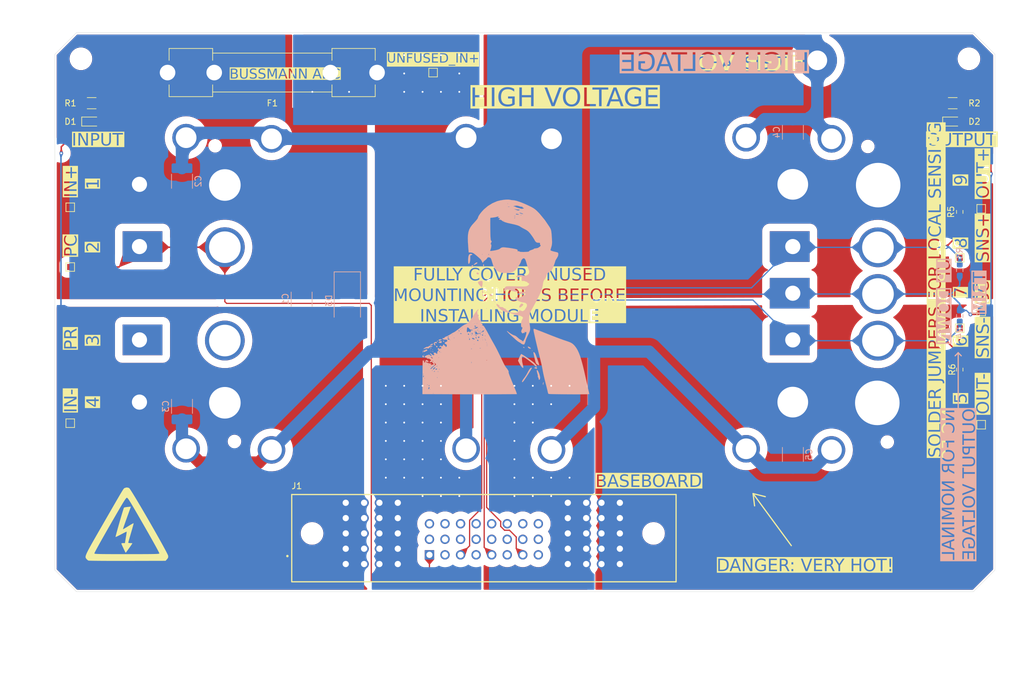
<source format=kicad_pcb>
(kicad_pcb (version 20241229) (generator "pcbnew") (generator_version "9.0")
  (layers (0 "F.Cu" signal) (2 "B.Cu" signal) (13 "F.Paste" user) (15 "B.Paste" user) (5 "F.SilkS" user "F.Silkscreen") (7 "B.SilkS" user "B.Silkscreen") (1 "F.Mask" user) (3 "B.Mask" user) (25 "Edge.Cuts" user))
  (net 0 "")
  (net 3 "OUT-")
  (net 5 "IN+")
  (net 6 "IN-")
  (net 7 "OUT+")
  (net 11 "Unfused_IN+")
  (net 15 "/SC")
  (net 16 "/PC")
  (net 19 "/SNS-")
  (net 29 "/SNS+")
  (net 30 "PLATE")
  (net 33 "Net-(D1-A)")
  (net 34 "Net-(D2-A)")
  (footprint "TestPoint:TestPoint_Pad_1.0x1.0mm" (layer "F.Cu") (at 29.5 90.5)
    (property "Reference" "TP7")
    (property "Value" "IN-")
    (pad "1" smd rect (at 0 0) (size 1 1) (layers "F.Cu" "F.Mask") (net 6 "IN-"))
  )
  (footprint "LOGO" (layer "F.Cu") (at 38.75 107)
    (property "Reference" "G***")
    (property "Value" "LOGO" (hide yes))
  )
  (footprint "TestPoint:TestPoint_Pad_1.0x1.0mm" (layer "F.Cu") (at 29.5 65 90)
    (property "Reference" "TP1")
    (property "Value" "PC")
    (pad "1" smd rect (at 0 0 90) (size 1 1) (layers "F.Cu" "F.Mask") (net 16 "/PC"))
  )
  (footprint "MountingHole:MountingHole_3.2mm_M3" (layer "F.Cu") (at 176.25 31)
    (property "Reference" "H3")
    (property "Value" "BaseSupport")
    (pad "" np_thru_hole circle (at 0 0) (size 3.2 3.2) (drill 3.2) (layers "*.Cu" "*.Mask"))
  )
  (footprint "TestPoint:TestPoint_Pad_1.0x1.0mm" (layer "F.Cu") (at 88.75 33.25)
    (property "Reference" "TP5")
    (property "Value" "UNFUSED_IN+" (at 0 -2.25 0) (layer "F.SilkS" knockout) (effects (font (size 1.5 1.5))))
    (pad "1" smd rect (at 0 0) (size 1 1) (layers "F.Cu" "F.Mask") (net 11 "Unfused_IN+"))
  )
  (footprint "TestPoint:TestPoint_Pad_1.0x1.0mm" (layer "F.Cu") (at 178.25 55.5)
    (property "Reference" "TP8")
    (property "Value" "OUT+")
    (pad "1" smd rect (at 0 0) (size 1 1) (layers "F.Cu" "F.Mask") (net 7 "OUT+"))
  )
  (footprint "LED_SMD:LED_0603_1608Metric_Pad1.05x0.95mm_HandSolder" (layer "F.Cu") (at 33.0375 41.25)
    (property "Reference" "D1" (at -3.5 0 0) (layer "F.SilkS"))
    (property "Value" "LED")
    (pad "1" smd roundrect (at -0.875 0) (size 1.05 0.95) (layers "F.Cu" "F.Mask" "F.Paste") (net 6 "IN-"))
    (pad "2" smd roundrect (at 0.875 0) (size 1.05 0.95) (layers "F.Cu" "F.Mask" "F.Paste") (net 33 "Net-(D1-A)"))
  )
  (footprint "Resistor_SMD:R_1206_3216Metric" (layer "F.Cu") (at 33 38.25 180)
    (property "Reference" "R1" (at 3.4625 0 0) (layer "F.SilkS"))
    (property "Value" "R")
    (pad "1" smd roundrect (at -1.4625 0 180) (size 1.125 1.75) (layers "F.Cu" "F.Mask" "F.Paste") (roundrect_rratio 0.222222) (net 5 "IN+"))
    (pad "2" smd roundrect (at 1.4625 0 180) (size 1.125 1.75) (layers "F.Cu" "F.Mask" "F.Paste") (roundrect_rratio 0.222222) (net 33 "Net-(D1-A)"))
  )
  (footprint "TestPoint:TestPoint_Pad_1.0x1.0mm" (layer "F.Cu") (at 29.5 55.25)
    (property "Reference" "TP6")
    (property "Value" "IN+")
    (pad "1" smd rect (at 0 0) (size 1 1) (layers "F.Cu" "F.Mask") (net 5 "IN+"))
  )
  (footprint "MountingHole:MountingHole_3.2mm_M3_Pad_TopBottom" (layer "F.Cu") (at 151.5 31.25)
    (property "Reference" "H1")
    (property "Value" "MountingHole_Pad")
    (pad "1" thru_hole circle (at 0 0) (size 3.6 3.6) (drill 3.2) (layers "*.Cu" "*.Mask") (net 30 "PLATE"))
    (pad "1" connect circle (at 0 0) (size 6.4 6.4) (layers "F.Cu" "F.Mask") (net 30 "PLATE"))
    (pad "1" connect circle (at 0 0) (size 6.4 6.4) (layers "B.Cu" "B.Mask") (net 30 "PLATE"))
  )
  (footprint "UTSVT_Connectors:Vicor_Maxi_Brick" (layer "F.Cu") (at 31.32 103.118192 90)
    (property "Reference" "U1" (hide yes))
    (property "Value" "~" (hide yes))
    (fp_text user "IN-" (at 14.296588 -0.44 90) (layer "F.SilkS" knockout) (effects (font (size 2 2) (thickness 0.3)) (justify left bottom)))
    (fp_text user "SNS-" (at 23.259015 148.51 90) (layer "F.SilkS" knockout) (effects (font (size 2 2) (thickness 0.3)) (justify left bottom)))
    (fp_text user "SC" (at 32.159406 148.51 90) (layer "F.SilkS" knockout) (effects (font (size 2 2) (thickness 0.3)) (justify left bottom)))
    (fp_text user "5" (at 15.79 144.9 90) (layer "F.SilkS" knockout) (effects (font (size 2 2) (thickness 0.3)) (justify left bottom)))
    (fp_text user "9" (at 51.44 144.9 90) (layer "F.SilkS" knockout) (effects (font (size 2 2) (thickness 0.3)) (justify left bottom)))
    (fp_text user "1" (at 50.82 3.18 90) (layer "F.SilkS" knockout) (effects (font (size 2 2) (thickness 0.3)) (justify left bottom)))
    (fp_text user "OUT+" (at 49.276985 148.51 90) (layer "F.SilkS" knockout) (effects (font (size 2 2) (thickness 0.3)) (justify left bottom)))
    (fp_text user "8" (at 41.13 144.9 90) (layer "F.SilkS" knockout) (effects (font (size 2 2) (thickness 0.3)) (justify left bottom)))
    (fp_text user "6" (at 25.118192 144.9 90) (layer "F.SilkS" knockout) (effects (font (size 2 2) (thickness 0.3)) (justify left bottom)))
    (fp_text user "3" (at 25.26 3.18 90) (layer "F.SilkS" knockout) (effects (font (size 2 2) (thickness 0.3)) (justify left bottom)))
    (fp_text user "7" (at 33.11 144.9 90) (layer "F.SilkS" knockout) (effects (font (size 2 2) (thickness 0.3)) (justify left bottom)))
    (fp_text user "2" (at 40.51 3.18 90) (layer "F.SilkS" knockout) (effects (font (size 2 2) (thickness 0.3)) (justify left bottom)))
    (fp_text user "OUT-" (at 14.049036 148.51 90) (layer "F.SilkS" knockout) (effects (font (size 2 2) (thickness 0.3)) (justify left bottom)))
    (fp_text user "PC" (at 39.735262 -0.44 90) (layer "F.SilkS" knockout) (effects (font (size 2 2) (thickness 0.3)) (justify left bottom)))
    (fp_text user "PR" (at 24.545834 -0.44 90) (layer "F.SilkS" knockout) (effects (font (size 2 2) (thickness 0.3)) (justify left bottom)))
    (fp_text user "IN+" (at 49.445401 -0.44 90) (layer "F.SilkS" knockout) (effects (font (size 2 2) (thickness 0.3)) (justify left bottom)))
    (fp_text user "SNS+" (at 38.925953 148.51 90) (layer "F.SilkS" knockout) (effects (font (size 2 2) (thickness 0.3)) (justify left bottom)))
    (fp_text user "4" (at 15.17 3.18 90) (layer "F.SilkS" knockout) (effects (font (size 2 2) (thickness 0.3)) (justify left bottom)))
    (pad "" np_thru_hole circle (at 9.54 131.6 270) (size 1.71 1.71) (drill 1.71) (layers "*.Cu" "*.Mask"))
    (pad "" np_thru_hole circle (at 9.63 25 270) (size 1.71 1.71) (drill 1.71) (layers "*.Cu" "*.Mask"))
    (pad "" np_thru_hole circle (at 57.8 128.42 90) (size 1.71 1.71) (drill 1.71) (layers "*.Cu" "*.Mask"))
    (pad "" np_thru_hole circle (at 57.91 21.84 90) (size 1.71 1.71) (drill 1.71) (layers "*.Cu" "*.Mask"))
    (pad "1" thru_hole circle (at 51.51 23.43 90) (size 6.5 6.5) (drill 5.16) (layers "*.Cu" "*.Mask") (net 5 "IN+"))
    (pad "1" thru_hole roundrect (at 51.616605 9.486392) (size 5 5) (drill 2.47) (layers "*.Cu" "*.Mask") (roundrect_rratio 0) (chamfer_ratio 0.2) (chamfer top_left) (net 5 "IN+"))
    (pad "2" thru_hole circle (at 41.35 23.43 90) (size 6.5 6.5) (drill 5.16) (layers "*.Cu" "*.Mask") (net 16 "/PC"))
    (pad "2" thru_hole rect (at 41.456605 9.486392 90) (size 5 6.5) (drill 2.47 (offset 0 0.5)) (layers "*.Cu" "*.Mask") (net 16 "/PC"))
    (pad "3" thru_hole circle (at 26.11 23.43 90) (size 6.5 6.5) (drill 5.16) (layers "*.Cu" "*.Mask"))
    (pad "3" thru_hole rect (at 26.216605 9.486392 90) (size 5 6.5) (drill 2.47 (offset 0 0.5)) (layers "*.Cu" "*.Mask"))
    (pad "4" thru_hole circle (at 15.95 23.43 90) (size 6.5 6.5) (drill 5.16) (layers "*.Cu" "*.Mask") (net 6 "IN-"))
    (pad "4" thru_hole roundrect (at 16.056605 9.486392 90) (size 5 5) (drill 2.47) (layers "*.Cu" "*.Mask") (roundrect_rratio 0) (chamfer_ratio 0.2) (chamfer top_left) (net 6 "IN-"))
    (pad "5" thru_hole circle (at 15.93 129.97 270) (size 9 9) (drill 7.27) (layers "*.Cu" "*.Mask") (net 3 "OUT-"))
    (pad "5" thru_hole roundrect (at 16.056605 116.166392 180) (size 8 8) (drill 5.01) (layers "*.Cu" "*.Mask") (roundrect_rratio 0) (chamfer_ratio 0.2) (chamfer top_left) (net 3 "OUT-"))
    (pad "6" thru_hole circle (at 26.09 130.07 90) (size 6.5 6.5) (drill 5.16) (layers "*.Cu" "*.Mask") (net 19 "/SNS-"))
    (pad "6" thru_hole rect (at 26.216605 116.166392 270) (size 5 6.5) (drill 2.47 (offset 0 0.5)) (layers "*.Cu" "*.Mask") (net 19 "/SNS-"))
    (pad "7" thru_hole circle (at 33.71 130.08 90) (size 6.5 6.5) (drill 5.16) (layers "*.Cu" "*.Mask") (net 15 "/SC"))
    (pad "7" thru_hole rect (at 33.836605 116.166392 270) (size 5 6.5) (drill 2.47 (offset 0 0.5)) (layers "*.Cu" "*.Mask") (net 15 "/SC"))
    (pad "8" thru_hole circle (at 41.33 130.07 90) (size 6.5 6.5) (drill 5.16) (layers "*.Cu" "*.Mask") (net 29 "/SNS+"))
    (pad "8" thru_hole rect (at 41.456605 116.166392 270) (size 5 6.5) (drill 2.47 (offset 0 0.5)) (layers "*.Cu" "*.Mask") (net 29 "/SNS+"))
    (pad "9" thru_hole circle (at 51.49 130.11 90) (size 9 9) (drill 7.27) (layers "*.Cu" "*.Mask") (net 7 "OUT+"))
    (pad "9" thru_hole roundrect (at 51.616605 116.166392 270) (size 8 8) (drill 5.01) (layers "*.Cu" "*.Mask") (roundrect_rratio 0) (chamfer_ratio 0.2) (chamfer top_left) (net 7 "OUT+"))
    (pad "10" thru_hole circle (at 8.250005 76.769955 90) (size 4.5 4.5) (drill 3.38) (layers "*.Cu" "*.Mask") (net 30 "PLATE"))
    (pad "10" thru_hole circle (at 8.250024 31.05 90) (size 4.5 4.5) (drill 3.38) (layers "*.Cu" "*.Mask") (net 30 "PLATE"))
    (pad "10" thru_hole circle (at 8.250024 122.489955 90) (size 4.5 4.5) (drill 3.38) (layers "*.Cu" "*.Mask") (net 30 "PLATE"))
    (pad "10" thru_hole circle (at 8.436365 62.826347 90) (size 4.5 4.5) (drill 3.38) (layers "*.Cu" "*.Mask") (net 30 "PLATE"))
    (pad "10" thru_hole circle (at 8.436384 17.106392 90) (size 4.5 4.5) (drill 3.38) (layers "*.Cu" "*.Mask") (net 30 "PLATE"))
    (pad "10" thru_hole circle (at 8.436384 108.546347 90) (size 4.5 4.5) (drill 3.38) (layers "*.Cu" "*.Mask") (net 30 "PLATE"))
    (pad "10" thru_hole circle (at 59.05 31.049958 90) (size 4.5 4.5) (drill 3.38) (layers "*.Cu" "*.Mask") (net 30 "PLATE"))
    (pad "10" thru_hole circle (at 59.05 122.489958 90) (size 4.5 4.5) (drill 3.38) (layers "*.Cu" "*.Mask") (net 30 "PLATE"))
    (pad "10" thru_hole circle (at 59.050024 76.77 90) (size 4.5 4.5) (drill 3.38) (layers "*.Cu" "*.Mask") (net 30 "PLATE"))
    (pad "10" thru_hole circle (at 59.23636 17.10635 90) (size 4.5 4.5) (drill 3.38) (layers "*.Cu" "*.Mask") (net 30 "PLATE"))
    (pad "10" thru_hole circle (at 59.23636 108.54635 90) (size 4.5 4.5) (drill 3.38) (layers "*.Cu" "*.Mask") (net 30 "PLATE"))
    (pad "10" thru_hole circle (at 59.236384 62.826392 90) (size 4.5 4.5) (drill 3.38) (layers "*.Cu" "*.Mask") (net 30 "PLATE"))
  )
  (footprint "Resistor_SMD:R_0603_1608Metric_Pad0.98x0.95mm_HandSolder" (layer "F.Cu") (at 174.75 81.75 -90)
    (property "Reference" "R6" (at 0 1.25 90) (layer "F.SilkS"))
    (property "Value" "0")
    (pad "1" smd roundrect (at -0.9125 0 270) (size 0.975 0.95) (layers "F.Cu" "F.Mask" "F.Paste") (net 19 "/SNS-"))
    (pad "2" smd roundrect (at 0.9125 0 270) (size 0.975 0.95) (layers "F.Cu" "F.Mask" "F.Paste") (net 3 "OUT-"))
  )
  (footprint "MountingHole:MountingHole_3.2mm_M3" (layer "F.Cu") (at 31.25 31)
    (property "Reference" "H2")
    (property "Value" "BaseSupport")
    (pad "" np_thru_hole circle (at 0 0) (size 3.2 3.2) (drill 3.2) (layers "*.Cu" "*.Mask"))
  )
  (footprint "Resistor_SMD:R_1206_3216Metric" (layer "F.Cu") (at 173.6025 38.25)
    (property "Reference" "R2" (at 3.5375 0 0) (layer "F.SilkS"))
    (property "Value" "R")
    (pad "1" smd roundrect (at -1.4625 0) (size 1.125 1.75) (layers "F.Cu" "F.Mask" "F.Paste") (roundrect_rratio 0.222222) (net 7 "OUT+"))
    (pad "2" smd roundrect (at 1.4625 0) (size 1.125 1.75) (layers "F.Cu" "F.Mask" "F.Paste") (roundrect_rratio 0.222222) (net 34 "Net-(D2-A)"))
  )
  (footprint "TestPoint:TestPoint_Pad_1.0x1.0mm" (layer "F.Cu") (at 178.25 90.75)
    (property "Reference" "TP9")
    (property "Value" "OUT-")
    (pad "1" smd rect (at 0 0) (size 1 1) (layers "F.Cu" "F.Mask") (net 3 "OUT-"))
  )
  (footprint "TestPoint:TestPoint_Pad_1.0x1.0mm" (layer "F.Cu") (at 174.75 75)
    (property "Reference" "TP4")
    (property "Value" "SNS-")
    (pad "1" smd rect (at 0 0) (size 1 1) (layers "F.Cu" "F.Mask") (net 19 "/SNS-"))
  )
  (footprint "LED_SMD:LED_0603_1608Metric_Pad1.05x0.95mm_HandSolder" (layer "F.Cu") (at 173.625 41.25)
    (property "Reference" "D2" (at 3.515 0 0) (layer "F.SilkS"))
    (property "Value" "LED")
    (pad "1" smd roundrect (at -0.875 0) (size 1.05 0.95) (layers "F.Cu" "F.Mask" "F.Paste") (net 3 "OUT-"))
    (pad "2" smd roundrect (at 0.875 0) (size 1.05 0.95) (layers "F.Cu" "F.Mask" "F.Paste") (net 34 "Net-(D2-A)"))
  )
  (footprint "UTSVT_Logos:LHRs_LOGO" (layer "F.Cu") (at 105.5 29.5)
    (property "Reference" "LOGO2" (hide yes))
    (property "Value" "LHRs" (hide yes))
  )
  (footprint "TestPoint:TestPoint_Pad_1.0x1.0mm" (layer "F.Cu") (at 178.25 72.25)
    (property "Reference" "TP2")
    (property "Value" "SC")
    (pad "1" smd rect (at 0 0) (size 1 1) (layers "F.Cu" "F.Mask") (net 15 "/SC"))
  )
  (footprint "Fuse:Fuseholder_Clip-6.3x32mm_Littelfuse_122_Inline_P34.21x7.62mm_D2.54mm_Horizontal" (layer "F.Cu") (at 79.605 33.25 180)
    (property "Reference" "F1" (at 17.1 -5 0) (layer "F.SilkS"))
    (property "Value" "Fuse")
    (pad "1" thru_hole roundrect (at 0 0 180) (size 3.5 3.5) (drill 2.54) (layers "*.Cu" "*.Mask") (net 11 "Unfused_IN+"))
    (pad "1" thru_hole roundrect (at 7.62 0 180) (size 3.5 3.5) (drill 2.54) (layers "*.Cu" "*.Mask") (net 11 "Unfused_IN+"))
    (pad "2" thru_hole circle (at 26.59 0 180) (size 3.5 3.5) (drill 2.54) (layers "*.Cu" "*.Mask") (net 5 "IN+"))
    (pad "2" thru_hole circle (at 34.21 0 180) (size 3.5 3.5) (drill 2.54) (layers "*.Cu" "*.Mask") (net 5 "IN+"))
  )
  (footprint "TestPoint:TestPoint_Pad_1.0x1.0mm" (layer "F.Cu") (at 174.75 63.5)
    (property "Reference" "TP3")
    (property "Value" "SNS+")
    (pad "1" smd rect (at 0 0) (size 1 1) (layers "F.Cu" "F.Mask") (net 29 "/SNS+"))
  )
  (footprint "Resistor_SMD:R_0603_1608Metric_Pad0.98x0.95mm_HandSolder" (layer "F.Cu") (at 174.75 56 90)
    (property "Reference" "R5" (at 0 -1.43 90) (layer "F.SilkS"))
    (property "Value" "0")
    (pad "1" smd roundrect (at -0.9125 0 90) (size 0.975 0.95) (layers "F.Cu" "F.Mask" "F.Paste") (net 29 "/SNS+"))
    (pad "2" smd roundrect (at 0.9125 0 90) (size 0.975 0.95) (layers "F.Cu" "F.Mask" "F.Paste") (net 7 "OUT+"))
  )
  (footprint "UTSVT_Connectors:SAMTEC_ET60T-D02-3-08-D02-X-R1-S" (layer "F.Cu") (at 97.05 108.5)
    (property "Reference" "J1" (at -30.55 -7.75 0) (layer "F.SilkS"))
    (property "Value" "ET60T-D02-3-08-D02-X-R1-S")
    (pad "" np_thru_hole circle (at -28.06 0) (size 3.2 3.2) (drill 3.2) (layers "*.Cu" "*.Mask"))
    (pad "" np_thru_hole circle (at 27.7 0) (size 3.2 3.2) (drill 3.2) (layers "*.Cu" "*.Mask"))
    (pad "01" thru_hole rect (at -8.89 3.5) (size 1.53 1.53) (drill 1.02) (layers "*.Cu" "*.Mask") (net 16 "/PC"))
    (pad "02" thru_hole circle (at -6.35 3.5) (size 1.53 1.53) (drill 1.02) (layers "*.Cu" "*.Mask"))
    (pad "03" thru_hole circle (at -3.81 3.5) (size 1.53 1.53) (drill 1.02) (layers "*.Cu" "*.Mask") (net 29 "/SNS+"))
    (pad "04" thru_hole circle (at -1.27 3.5) (size 1.53 1.53) (drill 1.02) (layers "*.Cu" "*.Mask"))
    (pad "05" thru_hole circle (at 1.27 3.5) (size 1.53 1.53) (drill 1.02) (layers "*.Cu" "*.Mask") (net 15 "/SC"))
    (pad "06" thru_hole circle (at 3.81 3.5) (size 1.53 1.53) (drill 1.02) (layers "*.Cu" "*.Mask"))
    (pad "07" thru_hole circle (at 6.35 3.5) (size 1.53 1.53) (drill 1.02) (layers "*.Cu" "*.Mask") (net 19 "/SNS-"))
    (pad "08" thru_hole circle (at 8.89 3.5) (size 1.53 1.53) (drill 1.02) (layers "*.Cu" "*.Mask"))
    (pad "09" thru_hole circle (at -8.89 0.96) (size 1.53 1.53) (drill 1.02) (layers "*.Cu" "*.Mask"))
    (pad "10" thru_hole circle (at -6.35 0.96) (size 1.53 1.53) (drill 1.02) (layers "*.Cu" "*.Mask"))
    (pad "11" thru_hole circle (at -3.81 0.96) (size 1.53 1.53) (drill 1.02) (layers "*.Cu" "*.Mask"))
    (pad "12" thru_hole circle (at -1.27 0.96) (size 1.53 1.53) (drill 1.02) (layers "*.Cu" "*.Mask"))
    (pad "13" thru_hole circle (at 1.27 0.96) (size 1.53 1.53) (drill 1.02) (layers "*.Cu" "*.Mask"))
    (pad "14" thru_hole circle (at 3.81 0.96) (size 1.53 1.53) (drill 1.02) (layers "*.Cu" "*.Mask"))
    (pad "15" thru_hole circle (at 6.35 0.96) (size 1.53 1.53) (drill 1.02) (layers "*.Cu" "*.Mask"))
    (pad "16" thru_hole circle (at 8.89 0.96) (size 1.53 1.53) (drill 1.02) (layers "*.Cu" "*.Mask"))
    (pad "17" thru_hole circle (at -8.89 -1.58) (size 1.53 1.53) (drill 1.02) (layers "*.Cu" "*.Mask"))
    (pad "18" thru_hole circle (at -6.35 -1.58) (size 1.53 1.53) (drill 1.02) (layers "*.Cu" "*.Mask"))
    (pad "19" thru_hole circle (at -3.81 -1.58) (size 1.53 1.53) (drill 1.02) (layers "*.Cu" "*.Mask"))
    (pad "20" thru_hole circle (at -1.27 -1.58) (size 1.53 1.53) (drill 1.02) (layers "*.Cu" "*.Mask"))
    (pad "21" thru_hole circle (at 1.27 -1.58) (size 1.53 1.53) (drill 1.02) (layers "*.Cu" "*.Mask"))
    (pad "22" thru_hole circle (at 3.81 -1.58) (size 1.53 1.53) (drill 1.02) (layers "*.Cu" "*.Mask"))
    (pad "23" thru_hole circle (at 6.35 -1.58) (size 1.53 1.53) (drill 1.02) (layers "*.Cu" "*.Mask"))
    (pad "24" thru_hole circle (at 8.89 -1.58) (size 1.53 1.53) (drill 1.02) (layers "*.Cu" "*.Mask"))
    (pad "P01" thru_hole circle (at -22.56 -5) (size 1.53 1.53) (drill 1.02) (layers "*.Cu" "*.Mask") (net 6 "IN-"))
    (pad "P01" thru_hole circle (at -22.56 -2.5) (size 1.53 1.53) (drill 1.02) (layers "*.Cu" "*.Mask") (net 6 "IN-"))
    (pad "P01" thru_hole circle (at -22.56 0) (size 1.53 1.53) (drill 1.02) (layers "*.Cu" "*.Mask") (net 6 "IN-"))
    (pad "P01" thru_hole circle (at -22.56 2.5) (size 1.53 1.53) (drill 1.02) (layers "*.Cu" "*.Mask") (net 6 "IN-"))
    (pad "P01" thru_hole circle (at -22.56 5) (size 1.53 1.53) (drill 1.02) (layers "*.Cu" "*.Mask") (net 6 "IN-"))
    (pad "P01" thru_hole circle (at -19.56 -5) (size 1.53 1.53) (drill 1.02) (layers "*.Cu" "*.Mask") (net 6 "IN-"))
    (pad "P01" thru_hole circle (at -19.56 -2.5) (size 1.53 1.53) (drill 1.02) (layers "*.Cu" "*.Mask") (net 6 "IN-"))
    (pad "P01" thru_hole circle (at -19.56 0) (size 1.53 1.53) (drill 1.02) (layers "*.Cu" "*.Mask") (net 6 "IN-"))
    (pad "P01" thru_hole circle (at -19.56 2.5) (size 1.53 1.53) (drill 1.02) (layers "*.Cu" "*.Mask") (net 6 "IN-"))
    (pad "P01" thru_hole circle (at -19.56 5) (size 1.53 1.53) (drill 1.02) (layers "*.Cu" "*.Mask") (net 6 "IN-"))
    (pad "P02" thru_hole circle (at -17.06 -5) (size 1.53 1.53) (drill 1.02) (layers "*.Cu" "*.Mask") (net 11 "Unfused_IN+"))
    (pad "P02" thru_hole circle (at -17.06 -2.5) (size 1.53 1.53) (drill 1.02) (layers "*.Cu" "*.Mask") (net 11 "Unfused_IN+"))
    (pad "P02" thru_hole circle (at -17.06 0) (size 1.53 1.53) (drill 1.02) (layers "*.Cu" "*.Mask") (net 11 "Unfused_IN+"))
    (pad "P02" thru_hole circle (at -17.06 2.5) (size 1.53 1.53) (drill 1.02) (layers "*.Cu" "*.Mask") (net 11 "Unfused_IN+"))
    (pad "P02" thru_hole circle (at -17.06 5) (size 1.53 1.53) (drill 1.02) (layers "*.Cu" "*.Mask") (net 11 "Unfused_IN+"))
    (pad "P02" thru_hole circle (at -14.06 -5) (size 1.53 1.53) (drill 1.02) (layers "*.Cu" "*.Mask") (net 11 "Unfused_IN+"))
    (pad "P02" thru_hole circle (at -14.06 -2.5) (size 1.53 1.53) (drill 1.02) (layers "*.Cu" "*.Mask") (net 11 "Unfused_IN+"))
    (pad "P02" thru_hole circle (at -14.06 0) (size 1.53 1.53) (drill 1.02) (layers "*.Cu" "*.Mask") (net 11 "Unfused_IN+"))
    (pad "P02" thru_hole circle (at -14.06 2.5) (size 1.53 1.53) (drill 1.02) (layers "*.Cu" "*.Mask") (net 11 "Unfused_IN+"))
    (pad "P02" thru_hole circle (at -14.06 5) (size 1.53 1.53) (drill 1.02) (layers "*.Cu" "*.Mask") (net 11 "Unfused_IN+"))
    (pad "P03" thru_hole circle (at 13.7 -5) (size 1.53 1.53) (drill 1.02) (layers "*.Cu" "*.Mask") (net 7 "OUT+"))
    (pad "P03" thru_hole circle (at 13.7 -2.5) (size 1.53 1.53) (drill 1.02) (layers "*.Cu" "*.Mask") (net 7 "OUT+"))
    (pad "P03" thru_hole circle (at 13.7 0) (size 1.53 1.53) (drill 1.02) (layers "*.Cu" "*.Mask") (net 7 "OUT+"))
    (pad "P03" thru_hole circle (at 13.7 2.5) (size 1.53 1.53) (drill 1.02) (layers "*.Cu" "*.Mask") (net 7 "OUT+"))
    (pad "P03" thru_hole circle (at 13.7 5) (size 1.53 1.53) (drill 1.02) (layers "*.Cu" "*.Mask") (net 7 "OUT+"))
    (pad "P03" thru_hole circle (at 16.7 -5) (size 1.53 1.53) (drill 1.02) (layers "*.Cu" "*.Mask") (net 7 "OUT+"))
    (pad "P03" thru_hole circle (at 16.7 -2.5) (size 1.53 1.53) (drill 1.02) (layers "*.Cu" "*.Mask") (net 7 "OUT+"))
    (pad "P03" thru_hole circle (at 16.7 0) (size 1.53 1.53) (drill 1.02) (layers "*.Cu" "*.Mask") (net 7 "OUT+"))
    (pad "P03" thru_hole circle (at 16.7 2.5) (size 1.53 1.53) (drill 1.02) (layers "*.Cu" "*.Mask") (net 7 "OUT+"))
    (pad "P03" thru_hole circle (at 16.7 5) (size 1.53 1.53) (drill 1.02) (layers "*.Cu" "*.Mask") (net 7 "OUT+"))
    (pad "P04" thru_hole circle (at 19.2 -5) (size 1.53 1.53) (drill 1.02) (layers "*.Cu" "*.Mask") (net 3 "OUT-"))
    (pad "P04" thru_hole circle (at 19.2 -2.5) (size 1.53 1.53) (drill 1.02) (layers "*.Cu" "*.Mask") (net 3 "OUT-"))
    (pad "P04" thru_hole circle (at 19.2 0) (size 1.53 1.53) (drill 1.02) (layers "*.Cu" "*.Mask") (net 3 "OUT-"))
    (pad "P04" thru_hole circle (at 19.2 2.5) (size 1.53 1.53) (drill 1.02) (layers "*.Cu" "*.Mask") (net 3 "OUT-"))
    (pad "P04" thru_hole circle (at 19.2 5) (size 1.53 1.53) (drill 1.02) (layers "*.Cu" "*.Mask") (net 3 "OUT-"))
    (pad "P04" thru_hole circle (at 22.2 -5) (size 1.53 1.53) (drill 1.02) (layers "*.Cu" "*.Mask") (net 3 "OUT-"))
    (pad "P04" thru_hole circle (at 22.2 -2.5) (size 1.53 1.53) (drill 1.02) (layers "*.Cu" "*.Mask") (net 3 "OUT-"))
    (pad "P04" thru_hole circle (at 22.2 0) (size 1.53 1.53) (drill 1.02) (layers "*.Cu" "*.Mask") (net 3 "OUT-"))
    (pad "P04" thru_hole circle (at 22.2 2.5) (size 1.53 1.53) (drill 1.02) (layers "*.Cu" "*.Mask") (net 3 "OUT-"))
    (pad "P04" thru_hole circle (at 22.2 5) (size 1.53 1.53) (drill 1.02) (layers "*.Cu" "*.Mask") (net 3 "OUT-"))
  )
  (footprint "Capacitor_SMD:C_1812_4532Metric_Pad1.57x3.40mm_HandSolder" (layer "B.Cu") (at 147.5 95.6125 90)
    (property "Reference" "C5" (at 0 2.65 90) (layer "B.SilkS") (effects (justify mirror)))
    (property "Value" "4.7nF")
    (pad "1" smd roundrect (at -2.1375 0 90) (size 1.575 3.4) (layers "B.Cu" "B.Mask" "B.Paste") (roundrect_rratio 0.15873) (net 30 "PLATE"))
    (pad "2" smd roundrect (at 2.1375 0 90) (size 1.575 3.4) (layers "B.Cu" "B.Mask" "B.Paste") (roundrect_rratio 0.15873) (net 3 "OUT-"))
  )
  (footprint "Resistor_SMD:R_0603_1608Metric_Pad0.98x0.95mm_HandSolder" (layer "B.Cu") (at 174.75 65.5 90)
    (property "Reference" "R3" (at 2.75 0 270) (layer "B.SilkS") (effects (justify mirror)))
    (property "Value" "Ru")
    (pad "1" smd roundrect (at -0.9125 0 90) (size 0.975 0.95) (layers "B.Cu" "B.Mask" "B.Paste") (net 15 "/SC"))
    (pad "2" smd roundrect (at 0.9125 0 90) (size 0.975 0.95) (layers "B.Cu" "B.Mask" "B.Paste") (net 29 "/SNS+"))
  )
  (footprint "Resistor_SMD:R_0603_1608Metric_Pad0.98x0.95mm_HandSolder" (layer "B.Cu") (at 174.75 73 -90)
    (property "Reference" "R4" (at 2.75 0 90) (layer "B.SilkS") (effects (justify mirror)))
    (property "Value" "Rd")
    (pad "1" smd roundrect (at -0.9125 0 270) (size 0.975 0.95) (layers "B.Cu" "B.Mask" "B.Paste") (net 15 "/SC"))
    (pad "2" smd roundrect (at 0.9125 0 270) (size 0.975 0.95) (layers "B.Cu" "B.Mask" "B.Paste") (net 19 "/SNS-"))
  )
  (footprint "Diode_SMD:D_SMB_Handsoldering" (layer "B.Cu") (at 74.75 70.5 -90)
    (property "Reference" "D3" (at 0 3 90) (layer "B.SilkS") (effects (justify mirror)))
    (property "Value" "TVS")
    (pad "1" smd roundrect (at -2.7 0 270) (size 3.5 2.3) (layers "B.Cu" "B.Mask" "B.Paste") (roundrect_rratio 0.1086956522) (net 5 "IN+"))
    (pad "2" smd roundrect (at 2.7 0 270) (size 3.5 2.3) (layers "B.Cu" "B.Mask" "B.Paste") (roundrect_rratio 0.1086956522) (net 6 "IN-"))
  )
  (footprint "UTSVT_Logos:Hallock_Image" (layer "B.Cu") (at 101.75 69.5 180)
    (property "Reference" "LOGO1" (hide yes))
    (property "Value" "Dr. Hallock" (hide yes))
  )
  (footprint "Capacitor_SMD:C_1812_4532Metric_Pad1.57x3.40mm_HandSolder" (layer "B.Cu") (at 47.75 51 90)
    (property "Reference" "C2" (at 0 2.65 90) (layer "B.SilkS") (effects (justify mirror)))
    (property "Value" "4.7nF")
    (pad "1" smd roundrect (at -2.1375 0 90) (size 1.575 3.4) (layers "B.Cu" "B.Mask" "B.Paste") (roundrect_rratio 0.15873) (net 5 "IN+"))
    (pad "2" smd roundrect (at 2.1375 0 90) (size 1.575 3.4) (layers "B.Cu" "B.Mask" "B.Paste") (roundrect_rratio 0.15873) (net 30 "PLATE"))
  )
  (footprint "Capacitor_SMD:C_1812_4532Metric_Pad1.57x3.40mm_HandSolder" (layer "B.Cu") (at 147.5 43 -90)
    (property "Reference" "C4" (at 0 2.65 90) (layer "B.SilkS") (effects (justify mirror)))
    (property "Value" "4.7nF")
    (pad "1" smd roundrect (at -2.1375 0 270) (size 1.575 3.4) (layers "B.Cu" "B.Mask" "B.Paste") (roundrect_rratio 0.15873) (net 30 "PLATE"))
    (pad "2" smd roundrect (at 2.1375 0 270) (size 1.575 3.4) (layers "B.Cu" "B.Mask" "B.Paste") (roundrect_rratio 0.15873) (net 7 "OUT+"))
  )
  (footprint "Capacitor_SMD:C_1812_4532Metric_Pad1.57x3.40mm_HandSolder" (layer "B.Cu") (at 47.75 87.75 -90)
    (property "Reference" "C3" (at 0 2.65 90) (layer "B.SilkS") (effects (justify mirror)))
    (property "Value" "4.7nF")
    (pad "1" smd roundrect (at -2.1375 0 270) (size 1.575 3.4) (layers "B.Cu" "B.Mask" "B.Paste") (roundrect_rratio 0.15873) (net 6 "IN-"))
    (pad "2" smd roundrect (at 2.1375 0 270) (size 1.575 3.4) (layers "B.Cu" "B.Mask" "B.Paste") (roundrect_rratio 0.15873) (net 30 "PLATE"))
  )
  (footprint "Capacitor_SMD:C_1812_4532Metric_Pad1.57x3.40mm_HandSolder" (layer "B.Cu") (at 67.290452 70.25 -90)
    (property "Reference" "C1" (at 0 2.65 90) (layer "B.SilkS") (effects (justify mirror)))
    (property "Value" "0.2uF")
    (pad "1" smd roundrect (at -2.1375 0 270) (size 1.575 3.4) (layers "B.Cu" "B.Mask" "B.Paste") (roundrect_rratio 0.15873) (net 5 "IN+"))
    (pad "2" smd roundrect (at 2.1375 0 270) (size 1.575 3.4) (layers "B.Cu" "B.Mask" "B.Paste") (roundrect_rratio 0.15873) (net 6 "IN-"))
  )
  (gr_line (start 147.25 110.5) (end 141 102) (stroke (width 0.2)) (layer "F.SilkS"))
  (gr_line (start 141 102) (end 143 102.5) (stroke (width 0.2)) (layer "F.SilkS"))
  (gr_line (start 141 102) (end 141.25 104) (stroke (width 0.2)) (layer "F.SilkS"))
  (gr_line (start 174.5 79) (end 174 79.5) (stroke (width 0.2)) (layer "B.SilkS"))
  (gr_line (start 174.5 90.25) (end 174.5 79) (stroke (width 0.2)) (layer "B.SilkS"))
  (gr_line (start 175 79.5) (end 174.5 79) (stroke (width 0.2)) (layer "B.SilkS"))
  (gr_line (start 177 118) (end 30.5 118) (stroke (width 0.05)) (layer "Edge.Cuts"))
  (gr_line (start 180.5 30.25) (end 180.5 114.5) (stroke (width 0.05)) (layer "Edge.Cuts"))
  (gr_line (start 30.5 118) (end 27 114.5) (stroke (width 0.05)) (layer "Edge.Cuts"))
  (gr_line (start 30.5 26.75) (end 27 30.25) (stroke (width 0.05)) (layer "Edge.Cuts"))
  (gr_line (start 177 26.75) (end 180.5 30.25) (stroke (width 0.05)) (layer "Edge.Cuts"))
  (gr_line (start 180.5 114.5) (end 177 118) (stroke (width 0.05)) (layer "Edge.Cuts"))
  (gr_line (start 27 30.25) (end 27 114.5) (stroke (width 0.05)) (layer "Edge.Cuts"))
  (gr_line (start 177 26.75) (end 30.5 26.75) (stroke (width 0.05)) (layer "Edge.Cuts"))
  (gr_text "SOLDER JUMPERS FOR LOCAL SENSING" (at 172 68.75 90) (layer "F.SilkS" knockout) (effects (font (size 2 2) (thickness 0.3)) (justify bottom)))
  (gr_text "FULLY COVER UNUSED\nMOUNTING HOLES BEFORE\nINSTALLING MODULE" (at 101.25 74.25 0) (layer "F.SilkS" knockout) (effects (font (size 2 2) (thickness 0.3)) (justify bottom)))
  (gr_text "OUTPUT" (at 169.31555 45.5 0) (layer "F.SilkS" knockout) (effects (font (size 2 2) (thickness 0.3)) (justify left bottom)))
  (gr_text "CHASSIS TIE" (at 131.75 33 0) (layer "F.SilkS" knockout) (effects (font (size 2 2) (thickness 0.3)) (justify left bottom)))
  (gr_text "DANGER: VERY HOT!" (at 149.5 115 0) (layer "F.SilkS" knockout) (effects (font (size 2 2) (thickness 0.3)) (justify bottom)))
  (gr_text "HIGH VOLTAGE" (at 110.25 39.25 0) (layer "F.SilkS" knockout) (effects (font (size 3 3) (thickness 0.3)) (justify bottom)))
  (gr_text "BUSSMANN ABC" (at 55.5 34.5 0) (layer "F.SilkS" knockout) (effects (font (size 1.6 1.6) (thickness 0.3)) (justify left bottom)))
  (gr_text "INPUT" (at 29.742146 45.5 0) (layer "F.SilkS" knockout) (effects (font (size 2 2) (thickness 0.3)) (justify left bottom)))
  (gr_text "BASEBOARD" (at 115.25 101.25 0) (layer "F.SilkS" knockout) (effects (font (size 2 2) (thickness 0.3)) (justify left bottom)))
  (gr_text "DOWN" (at 173.5 73 90) (layer "B.SilkS" knockout) (effects (font (size 2 2) (thickness 0.3)) (justify bottom mirror)))
  (gr_text "NC FOR NOMINAL\nOUTPUT VOLTAGE" (at 177.559692 100.5 90) (layer "B.SilkS" knockout) (effects (font (size 2 2) (thickness 0.3)) (justify bottom mirror)))
  (gr_text "HIGH VOLTAGE" (at 134.75 33.5 0) (layer "B.SilkS" knockout) (effects (font (size 3 3) (thickness 0.3)) (justify bottom mirror)))
  (gr_text "UP" (at 173.5 65.5 90) (layer "B.SilkS" knockout) (effects (font (size 2 2) (thickness 0.3)) (justify bottom mirror)))
  (gr_text "TRIM" (at 179.25 69.25 90) (layer "B.SilkS" knockout) (effects (font (size 2 2) (thickness 0.3)) (justify bottom mirror)))
  (segment (start 179.832 49.784) (end 179.832 48.332) (width 0.25) (layer "F.Cu") (net 3))
  (segment (start 179.832 48.332) (end 172.75 41.25) (width 0.25) (layer "F.Cu") (net 3))
  (via (at 179.832 49.784) (size 0.6) (drill 0.3) (layers "F.Cu" "B.Cu") (net 3))
  (segment (start 167.653961 87.188192) (end 161.29 87.188192) (width 0.25) (layer "B.Cu") (net 3))
  (segment (start 179.832 49.784) (end 179.832 75.010153) (width 0.25) (layer "B.Cu") (net 3))
  (segment (start 179.832 75.010153) (end 167.653961 87.188192) (width 0.25) (layer "B.Cu") (net 3))
  (segment (start 28.0416 46.4312) (end 28.0416 45.3709) (width 0.25) (layer "F.Cu") (net 6))
  (segment (start 28.0416 45.3709) (end 32.1625 41.25) (width 0.25) (layer "F.Cu") (net 6))
  (via (at 28.0416 46.4312) (size 0.6) (drill 0.3) (layers "F.Cu" "B.Cu") (net 6))
  (segment (start 40.020787 87.061587) (end 40.806392 87.061587) (width 0.25) (layer "B.Cu") (net 6))
  (segment (start 27.9908 46.482) (end 27.9908 75.0316) (width 0.25) (layer "B.Cu") (net 6))
  (segment (start 28.0416 46.4312) (end 27.9908 46.482) (width 0.25) (layer "B.Cu") (net 6))
  (segment (start 27.9908 75.0316) (end 40.020787 87.061587) (width 0.25) (layer "B.Cu") (net 6))
  (via (at 111.034 99.399942) (size 0.6) (drill 0.3) (layers "F.Cu" "B.Cu") (net 7))
  (via (at 105.034 99.399942) (size 0.6) (drill 0.3) (layers "F.Cu" "B.Cu") (net 7))
  (via (at 102.034 99.399942) (size 0.6) (drill 0.3) (layers "F.Cu" "B.Cu") (net 7))
  (via (at 108.034 87.399942) (size 0.6) (drill 0.3) (layers "F.Cu" "B.Cu") (net 7))
  (via (at 102.034 96.399942) (size 0.6) (drill 0.3) (layers "F.Cu" "B.Cu") (net 7))
  (via (at 102.034 102.399942) (size 0.6) (drill 0.3) (layers "F.Cu" "B.Cu") (net 7))
  (via (at 102.034 93.399942) (size 0.6) (drill 0.3) (layers "F.Cu" "B.Cu") (net 7))
  (via (at 105.034 90.399942) (size 0.6) (drill 0.3) (layers "F.Cu" "B.Cu") (net 7))
  (via (at 111.034 84.399942) (size 0.6) (drill 0.3) (layers "F.Cu" "B.Cu") (net 7))
  (via (at 105.034 87.399942) (size 0.6) (drill 0.3) (layers "F.Cu" "B.Cu") (net 7))
  (via (at 108.034 102.399942) (size 0.6) (drill 0.3) (layers "F.Cu" "B.Cu") (net 7))
  (via (at 108.034 84.399942) (size 0.6) (drill 0.3) (layers "F.Cu" "B.Cu") (net 7))
  (via (at 105.034 102.399942) (size 0.6) (drill 0.3) (layers "F.Cu" "B.Cu") (net 7))
  (via (at 102.034 84.399942) (size 0.6) (drill 0.3) (layers "F.Cu" "B.Cu") (net 7))
  (via (at 102.034 87.399942) (size 0.6) (drill 0.3) (layers "F.Cu" "B.Cu") (net 7))
  (via (at 108.034 99.399942) (size 0.6) (drill 0.3) (layers "F.Cu" "B.Cu") (net 7))
  (via (at 102.034 90.399942) (size 0.6) (drill 0.3) (layers "F.Cu" "B.Cu") (net 7))
  (via (at 105.034 84.399942) (size 0.6) (drill 0.3) (layers "F.Cu" "B.Cu") (net 7))
  (via (at 87.034 84.399942) (size 0.6) (drill 0.3) (layers "F.Cu" "B.Cu") (net 11))
  (via (at 81.034 99.399942) (size 0.6) (drill 0.3) (layers "F.Cu" "B.Cu") (net 11))
  (via (at 90.034 84.399942) (size 0.6) (drill 0.3) (layers "F.Cu" "B.Cu") (net 11))
  (via (at 87.034 96.399942) (size 0.6) (drill 0.3) (layers "F.Cu" "B.Cu") (net 11))
  (via (at 81.034 84.399942) (size 0.6) (drill 0.3) (layers "F.Cu" "B.Cu") (net 11))
  (via (at 90.034 99.399942) (size 0.6) (drill 0.3) (layers "F.Cu" "B.Cu") (net 11))
  (via (at 84.034 36.399942) (size 0.6) (drill 0.3) (layers "F.Cu" "B.Cu") (net 11))
  (via (at 81.034 96.399942) (size 0.6) (drill 0.3) (layers "F.Cu" "B.Cu") (net 11))
  (via (at 90.034 93.399942) (size 0.6) (drill 0.3) (layers "F.Cu" "B.Cu") (net 11))
  (via (at 87.034 99.399942) (size 0.6) (drill 0.3) (layers "F.Cu" "B.Cu") (net 11))
  (via (at 84.034 96.399942) (size 0.6) (drill 0.3) (layers "F.Cu" "B.Cu") (net 11))
  (via (at 93.034 30.399942) (size 0.6) (drill 0.3) (layers "F.Cu" "B.Cu") (net 11))
  (via (at 81.034 87.399942) (size 0.6) (drill 0.3) (layers "F.Cu" "B.Cu") (net 11))
  (via (at 81.034 90.399942) (size 0.6) (drill 0.3) (layers "F.Cu" "B.Cu") (net 11))
  (via (at 93.034 36.399942) (size 0.6) (drill 0.3) (layers "F.Cu" "B.Cu") (net 11))
  (via (at 69.034 36.399942) (size 0.6) (drill 0.3) (layers "F.Cu" "B.Cu") (net 11))
  (via (at 81.034 93.399942) (size 0.6) (drill 0.3) (layers "F.Cu" "B.Cu") (net 11))
  (via (at 87.034 36.399942) (size 0.6) (drill 0.3) (layers "F.Cu" "B.Cu") (net 11))
  (via (at 90.034 36.399942) (size 0.6) (drill 0.3) (layers "F.Cu" "B.Cu") (net 11))
  (via (at 90.034 96.399942) (size 0.6) (drill 0.3) (layers "F.Cu" "B.Cu") (net 11))
  (via (at 87.034 87.399942) (size 0.6) (drill 0.3) (layers "F.Cu" "B.Cu") (net 11))
  (via (at 87.034 102.399942) (size 0.6) (drill 0.3) (layers "F.Cu" "B.Cu") (net 11))
  (via (at 90.034 90.399942) (size 0.6) (drill 0.3) (layers "F.Cu" "B.Cu") (net 11))
  (via (at 93.034 102.399942) (size 0.6) (drill 0.3) (layers "F.Cu" "B.Cu") (net 11))
  (via (at 84.034 93.399942) (size 0.6) (drill 0.3) (layers "F.Cu" "B.Cu") (net 11))
  (via (at 84.034 84.399942) (size 0.6) (drill 0.3) (layers "F.Cu" "B.Cu") (net 11))
  (via (at 84.034 90.399942) (size 0.6) (drill 0.3) (layers "F.Cu" "B.Cu") (net 11))
  (via (at 84.034 30.399942) (size 0.6) (drill 0.3) (layers "F.Cu" "B.Cu") (net 11))
  (via (at 84.034 87.399942) (size 0.6) (drill 0.3) (layers "F.Cu" "B.Cu") (net 11))
  (via (at 87.034 90.399942) (size 0.6) (drill 0.3) (layers "F.Cu" "B.Cu") (net 11))
  (via (at 93.034 33.399942) (size 0.6) (drill 0.3) (layers "F.Cu" "B.Cu") (net 11))
  (via (at 75.034 36.399942) (size 0.6) (drill 0.3) (layers "F.Cu" "B.Cu") (net 11))
  (via (at 90.034 102.399942) (size 0.6) (drill 0.3) (layers "F.Cu" "B.Cu") (net 11))
  (via (at 90.034 87.399942) (size 0.6) (drill 0.3) (layers "F.Cu" "B.Cu") (net 11))
  (via (at 84.034 33.399942) (size 0.6) (drill 0.3) (layers "F.Cu" "B.Cu") (net 11))
  (via (at 87.034 93.399942) (size 0.6) (drill 0.3) (layers "F.Cu" "B.Cu") (net 11))
  (via (at 93.034 99.399942) (size 0.6) (drill 0.3) (layers "F.Cu" "B.Cu") (net 11))
  (via (at 87.034 30.399942) (size 0.6) (drill 0.3) (layers "F.Cu" "B.Cu") (net 11))
  (via (at 84.034 99.399942) (size 0.6) (drill 0.3) (layers "F.Cu" "B.Cu") (net 11))
  (via (at 90.034 30.399942) (size 0.6) (drill 0.3) (layers "F.Cu" "B.Cu") (net 11))
  (segment (start 71.985 33.25) (end 79.605 33.25) (width 1.5) (layer "B.Cu") (net 11))
  (segment (start 98.425 69.4436) (end 98.1964 69.4436) (width 0.2) (layer "F.Cu") (net 15))
  (segment (start 97.098347 110.778347) (end 98.32 112) (width 0.2) (layer "F.Cu") (net 15))
  (segment (start 97.098347 70.541653) (end 97.098347 110.778347) (width 0.2) (layer "F.Cu") (net 15))
  (segment (start 176.5 72.75) (end 177.75 72.75) (width 0.2) (layer "F.Cu") (net 15))
  (segment (start 98.1964 69.4436) (end 97.098347 70.541653) (width 0.2) (layer "F.Cu") (net 15))
  (segment (start 177.75 72.75) (end 178.25 72.25) (width 0.2) (layer "F.Cu") (net 15))
  (via (at 98.425 69.4436) (size 0.6) (drill 0.3) (layers "F.Cu" "B.Cu") (net 15))
  (via (at 176.5 72.75) (size 0.6) (drill 0.3) (layers "F.Cu" "B.Cu") (net 15))
  (segment (start 173.158192 69.408192) (end 161.4 69.408192) (width 0.25) (layer "B.Cu") (net 15))
  (segment (start 147.612997 69.408192) (end 161.4 69.408192) (width 0.2) (layer "B.Cu") (net 15))
  (segment (start 173.25 69.5) (end 173.158192 69.408192) (width 0.25) (layer "B.Cu") (net 15))
  (segment (start 98.425 69.4436) (end 147.324379 69.4436) (width 0.2) (layer "B.Cu") (net 15))
  (segment (start 174.75 71) (end 173.25 69.5) (width 0.25) (layer "B.Cu") (net 15))
  (segment (start 147.324379 69.4436) (end 147.486392 69.281587) (width 0.2) (layer "B.Cu") (net 15))
  (segment (start 174.75 72.0875) (end 175.8375 72.0875) (width 0.2) (layer "B.Cu") (net 15))
  (segment (start 175.8375 72.0875) (end 176.5 72.75) (width 0.2) (layer "B.Cu") (net 15))
  (segment (start 173.25 69.5) (end 174.75 68) (width 0.25) (layer "B.Cu") (net 15))
  (segment (start 147.486392 69.281587) (end 147.612997 69.408192) (width 0.2) (layer "B.Cu") (net 15))
  (segment (start 174.75 72.1375) (end 174.75 71) (width 0.25) (layer "B.Cu") (net 15))
  (segment (start 174.75 68) (end 174.75 66.3625) (width 0.25) (layer "B.Cu") (net 15))
  (segment (start 78.6638 116.205) (end 78.6638 71.2724) (width 0.2) (layer "F.Cu") (net 16))
  (segment (start 54.75 70.6504) (end 54.75 61.768192) (width 0.2) (layer "F.Cu") (net 16))
  (segment (start 29.5 65) (end 37.467979 65) (width 0.25) (layer "F.Cu") (net 16))
  (segment (start 37.467979 65) (end 40.806392 61.661587) (width 0.25) (layer "F.Cu") (net 16))
  (segment (start 40.806392 61.661587) (end 40.912997 61.768192) (width 0.25) (layer "F.Cu") (net 16))
  (segment (start 79.756 117.2972) (end 78.6638 116.205) (width 0.2) (layer "F.Cu") (net 16))
  (segment (start 78.3336 70.9422) (end 55.0418 70.9422) (width 0.2) (layer "F.Cu") (net 16))
  (segment (start 88.16 115.9036) (end 86.7664 117.2972) (width 0.2) (layer "F.Cu") (net 16))
  (segment (start 40.912997 61.768192) (end 54.75 61.768192) (width 0.25) (layer "F.Cu") (net 16))
  (segment (start 86.7664 117.2972) (end 79.756 117.2972) (width 0.2) (layer "F.Cu") (net 16))
  (segment (start 55.0418 70.9422) (end 54.75 70.6504) (width 0.2) (layer "F.Cu") (net 16))
  (segment (start 78.6638 71.2724) (end 78.3336 70.9422) (width 0.2) (layer "F.Cu") (net 16))
  (segment (start 88.16 112) (end 88.16 115.9036) (width 0.2) (layer "F.Cu") (net 16))
  (segment (start 99.794 107.361552) (end 100.418448 107.986) (width 0.2) (layer "F.Cu") (net 19))
  (segment (start 97.8408 70.612) (end 97.499347 70.953453) (width 0.2) (layer "F.Cu") (net 19))
  (segment (start 174.75 79.25) (end 174.75 80.775) (width 0.25) (layer "F.Cu") (net 19))
  (segment (start 102.334 109.0904) (end 102.334 110.934) (width 0.2) (layer "F.Cu") (net 19))
  (segment (start 97.499347 104.255747) (end 99.794 106.5504) (width 0.2) (layer "F.Cu") (net 19))
  (segment (start 97.8408 70.612) (end 98.0694 70.3834) (width 0.2) (layer "F.Cu") (net 19))
  (segment (start 101.2296 107.986) (end 102.334 109.0904) (width 0.2) (layer "F.Cu") (net 19))
  (segment (start 98.0694 70.3834) (end 98.425 70.3834) (width 0.2) (layer "F.Cu") (net 19))
  (segment (start 100.418448 107.986) (end 101.2296 107.986) (width 0.2) (layer "F.Cu") (net 19))
  (segment (start 99.794 106.5504) (end 99.794 107.361552) (width 0.2) (layer "F.Cu") (net 19))
  (segment (start 172.5 77) (end 174.75 79.25) (width 0.25) (layer "F.Cu") (net 19))
  (segment (start 97.499347 70.953453) (end 97.499347 104.255747) (width 0.2) (layer "F.Cu") (net 19))
  (segment (start 102.334 110.934) (end 103.4 112) (width 0.2) (layer "F.Cu") (net 19))
  (via (at 174.75 75) (size 0.6) (drill 0.3) (layers "F.Cu" "B.Cu") (net 19))
  (via (at 98.425 70.3834) (size 0.6) (drill 0.3) (layers "F.Cu" "B.Cu") (net 19))
  (via (at 172.5 77) (size 0.6) (drill 0.3) (layers "F.Cu" "B.Cu") (net 19))
  (segment (start 147.609013 76.901587) (end 147.735618 77.028192) (width 0.2) (layer "B.Cu") (net 19))
  (segment (start 172.5 77) (end 172.75 77) (width 0.25) (layer "B.Cu") (net 19))
  (segment (start 174.75 75) (end 174.75 73.8625) (width 0.25) (layer "B.Cu") (net 19))
  (segment (start 172.75 77) (end 174.75 75) (width 0.25) (layer "B.Cu") (net 19))
  (segment (start 172.471808 77.028192) (end 172.5 77) (width 0.2) (layer "B.Cu") (net 19))
  (segment (start 147.735618 77.028192) (end 161.39 77.028192) (width 0.2) (layer "B.Cu") (net 19))
  (segment (start 140.968205 70.3834) (end 147.486392 76.901587) (width 0.2) (layer "B.Cu") (net 19))
  (segment (start 161.39 77.028192) (end 172.471808 77.028192) (width 0.2) (layer "B.Cu") (net 19))
  (segment (start 98.425 70.3834) (end 140.968205 70.3834) (width 0.2) (layer "B.Cu") (net 19))
  (segment (start 147.486392 76.901587) (end 147.609013 76.901587) (width 0.2) (layer "B.Cu") (net 19))
  (segment (start 172.5 61.75) (end 174.75 59.5) (width 0.25) (layer "F.Cu") (net 29))
  (segment (start 174.75 59.5) (end 174.75 56.95) (width 0.25) (layer "F.Cu") (net 29))
  (segment (start 96.697347 104.366453) (end 94.714 106.3498) (width 0.2) (layer "F.Cu") (net 29))
  (segment (start 96.697347 70.155253) (end 96.697347 104.366453) (width 0.2) (layer "F.Cu") (net 29))
  (segment (start 94.714 110.526) (end 93.24 112) (width 0.2) (layer "F.Cu") (net 29))
  (segment (start 94.714 106.3498) (end 94.714 110.526) (width 0.2) (layer "F.Cu") (net 29))
  (segment (start 98.4504 68.4022) (end 96.697347 70.155253) (width 0.2) (layer "F.Cu") (net 29))
  (via (at 98.4504 68.4022) (size 0.6) (drill 0.3) (layers "F.Cu" "B.Cu") (net 29))
  (via (at 174.75 63.5) (size 0.6) (drill 0.3) (layers "F.Cu" "B.Cu") (net 29))
  (via (at 172.5 61.75) (size 0.6) (drill 0.3) (layers "F.Cu" "B.Cu") (net 29))
  (segment (start 140.745779 68.4022) (end 147.486392 61.661587) (width 0.2) (layer "B.Cu") (net 29))
  (segment (start 172.461808 61.788192) (end 172.5 61.75) (width 0.2) (layer "B.Cu") (net 29))
  (segment (start 174.75 64.6375) (end 174.75 63.5) (width 0.25) (layer "B.Cu") (net 29))
  (segment (start 147.612997 61.788192) (end 161.39 61.788192) (width 0.2) (layer "B.Cu") (net 29))
  (segment (start 147.486392 61.661587) (end 147.612997 61.788192) (width 0.2) (layer "B.Cu") (net 29))
  (segment (start 173 61.75) (end 172.5 61.75) (width 0.25) (layer "B.Cu") (net 29))
  (segment (start 174.75 63.5) (end 173 61.75) (width 0.25) (layer "B.Cu") (net 29))
  (segment (start 161.39 61.788192) (end 172.461808 61.788192) (width 0.2) (layer "B.Cu") (net 29))
  (segment (start 98.4504 68.4022) (end 140.745779 68.4022) (width 0.2) (layer "B.Cu") (net 29))
  (segment (start 48.426392 94.681808) (end 50.676392 96.931808) (width 2) (layer "F.Cu") (net 30))
  (segment (start 153.809955 44.068195) (end 153.809958 44.068192) (width 2) (layer "F.Cu") (net 30))
  (segment (start 60.30636 96.931808) (end 62.37 94.868168) (width 2) (layer "F.Cu") (net 30))
  (segment (start 94.146392 94.681782) (end 94.146347 94.681827) (width 2) (layer "F.Cu") (net 30))
  (segment (start 139.679968 94.868187) (end 139.866347 94.681808) (width 2) (layer "F.Cu") (net 30))
  (segment (start 50.676392 96.931808) (end 60.30636 96.931808) (width 2) (layer "F.Cu") (net 30))
  (segment (start 94.332752 44.068168) (end 94.146392 43.881808) (width 2) (layer "F.Cu") (net 30))
  (segment (start 142.885682 40.8625) (end 139.86635 43.881832) (width 2) (layer "B.Cu") (net 30))
  (segment (start 47.75 48.8625) (end 47.75 44.558182) (width 2) (layer "B.Cu") (net 30))
  (segment (start 151.5 39.966766) (end 151.5 31.25) (width 2) (layer "B.Cu") (net 30))
  (segment (start 94.146347 83.452947) (end 94.146347 94.681827) (width 2) (layer "B.Cu") (net 30))
  (segment (start 115.0366 78.8162) (end 124.000739 78.8162) (width 2) (layer "B.Cu") (net 30))
  (segment (start 147.5 40.8625) (end 150.604266 40.8625) (width 2) (layer "B.Cu") (net 30))
  (segment (start 62.383232 94.868168) (end 78.4352 78.8162) (width 2) (layer "B.Cu") (net 30))
  (segment (start 151.5 41.758234) (end 153.809958 44.068192) (width 2) (layer "B.Cu") (net 30))
  (segment (start 108.089955 94.868187) (end 115.0366 87.921542) (width 2) (layer "B.Cu") (net 30))
  (segment (start 151.5 39.966766) (end 151.5 41.758234) (width 2) (layer "B.Cu") (net 30))
  (segment (start 111.2934 28.051) (end 148.301 28.051) (width 2) (layer "B.Cu") (net 30))
  (segment (start 93.960008 44.068192) (end 94.146392 43.881808) (width 2) (layer "B.Cu") (net 30))
  (segment (start 93.960006 94.868168) (end 94.146347 94.681827) (width 2) (layer "B.Cu") (net 30))
  (segment (start 94.146347 83.452947) (end 94.146347 78.8162) (width 2) (layer "B.Cu") (net 30))
  (segment (start 108.939787 94.868187) (end 109.126166 94.681808) (width 2) (layer "B.Cu") (net 30))
  (segment (start 108.276336 43.881832) (end 108.09 44.068168) (width 2) (layer "B.Cu") (net 30))
  (segment (start 148.301 28.051) (end 151.5 31.25) (width 2) (layer "B.Cu") (net 30))
  (segment (start 108.089955 94.868187) (end 108.939787 94.868187) (width 2) (layer "B.Cu") (net 30))
  (segment (start 78.4352 78.8162) (end 94.146347 78.8162) (width 2) (layer "B.Cu") (net 30))
  (segment (start 47.75 44.558182) (end 48.42635 43.881832) (width 2) (layer "B.Cu") (net 30))
  (segment (start 62.369958 44.068192) (end 93.960008 44.068192) (width 2) (layer "B.Cu") (net 30))
  (segment (start 62.556342 43.881808) (end 62.369958 44.068192) (width 2) (layer "B.Cu") (net 30))
  (segment (start 108.09 44.068168) (end 94.332752 44.068168) (width 2) (layer "B.Cu") (net 30))
  (segment (start 94.332752 44.068168) (end 94.146392 43.881808) (width 2) (layer "B.Cu") (net 30))
  (segment (start 124.000739 78.8162) (end 139.866347 94.681808) (width 2) (layer "B.Cu") (net 30))
  (segment (start 62.556341 94.681827) (end 62.37 94.868168) (width 2) (layer "B.Cu") (net 30))
  (segment (start 108.09 44.068168) (end 108.09 31.2544) (width 2) (layer "B.Cu") (net 30))
  (segment (start 94.146347 94.681827) (end 94.021427 94.681827) (width 2) (layer "B.Cu") (net 30))
  (segment (start 150.604266 40.8625) (end 153.809958 44.068192) (width 2) (layer "B.Cu") (net 30))
  (segment (start 142.934539 97.75) (end 139.866347 94.681808) (width 2) (layer "B.Cu") (net 30))
  (segment (start 115.0366 87.921542) (end 115.0366 78.8162) (width 2) (layer "B.Cu") (net 30))
  (segment (start 94.021427 94.681827) (end 93.835086 94.868168) (width 2) (layer "B.Cu") (net 30))
  (segment (start 150.604266 40.8625) (end 151.5 39.966766) (width 2) (layer "B.Cu") (net 30))
  (segment (start 107.903595 94.681827) (end 108.089955 94.868187) (width 2) (layer "B.Cu") (net 30))
  (segment (start 49.20999 43.098192) (end 48.42635 43.881832) (width 2) (layer "B.Cu") (net 30))
  (segment (start 150.928123 97.75) (end 153.809955 94.868168) (width 2) (layer "B.Cu") (net 30))
  (segment (start 147.5 40.8625) (end 142.885682 40.8625) (width 2) (layer "B.Cu") (net 30))
  (segment (start 147.5 97.75) (end 150.928123 97.75) (width 2) (layer "B.Cu") (net 30))
  (segment (start 94.146392 94.681782) (end 94.146347 94.681827) (width 2) (layer "B.Cu") (net 30))
  (segment (start 94.332707 94.868187) (end 94.146347 94.681827) (width 2) (layer "B.Cu") (net 30))
  (segment (start 147.5 97.75) (end 142.934539 97.75) (width 2) (layer "B.Cu") (net 30))
  (segment (start 94.146347 78.8162) (end 115.0366 78.8162) (width 2) (layer "B.Cu") (net 30))
  (segment (start 139.679968 94.868187) (end 139.866347 94.681808) (width 1.5) (layer "B.Cu") (net 30))
  (segment (start 47.75 94.005416) (end 48.426392 94.681808) (width 2) (layer "B.Cu") (net 30))
  (segment (start 62.369958 44.068192) (end 61.399958 43.098192) (width 2) (layer "B.Cu") (net 30))
  (segment (start 94.146347 43.881853) (end 94.146392 43.881808) (width 2) (layer "B.Cu") (net 30))
  (segment (start 108.09 31.2544) (end 111.2934 28.051) (width 2) (layer "B.Cu") (net 30))
  (segment (start 47.75 89.8875) (end 47.75 94.005416) (width 2) (layer "B.Cu") (net 30))
  (segment (start 62.37 94.868168) (end 62.383232 94.868168) (width 2) (layer "B.Cu") (net 30))
  (segment (start 61.399958 43.098192) (end 49.20999 43.098192) (width 2) (layer "B.Cu") (net 30))
  (segment (start 31.5375 39.0375) (end 31.5375 38.25) (width 0.25) (layer "F.Cu") (net 33))
  (segment (start 33.75 41.25) (end 31.5375 39.0375) (width 0.25) (layer "F.Cu") (net 33))
  (segment (start 33.9125 41.25) (end 33.75 41.25) (width 0.25) (layer "F.Cu") (net 33))
  (segment (start 174.5 41.25) (end 174.5 40) (width 0.25) (layer "F.Cu") (net 34))
  (segment (start 175.065 39.435) (end 175.065 38.25) (width 0.25) (layer "F.Cu") (net 34))
  (segment (start 174.5 40) (end 175.065 39.435) (width 0.25) (layer "F.Cu") (net 34))
  (zone (net 11) (net_name "Unfused_IN+") (layer "F.Cu") (priority 1) (connect_pads yes (clearance 1.25)) (min_thickness 0.25) (fill yes (thermal_gap 0.5) (thermal_bridge_width 0.5))
    (polygon (pts (xy 79.25 125.5) (xy 79.25 37.5) (xy 67.5 37.5) (xy 67.5 25.25) (xy 97 25.25) (xy 97 125.5)))
  )
  (zone (net 7) (net_name "OUT+") (layer "F.Cu") (priority 1) (connect_pads yes (clearance 1.25)) (min_thickness 0.25) (fill yes (thermal_gap 0.5) (thermal_bridge_width 0.5))
    (polygon (pts (xy 97 125.5) (xy 114.5 125.5) (xy 114.5 70.25) (xy 185.25 70.25) (xy 185.25 25.25) (xy 97 25.25)))
  )
  (zone (net 6) (net_name "IN-") (layers "F.Cu" "B.Cu") (priority 1) (connect_pads yes (clearance 1.25)) (min_thickness 0.25) (fill yes (thermal_gap 0.5) (thermal_bridge_width 0.5))
    (polygon (pts (xy 19 71.251465) (xy 78 70.906436) (xy 78 125.5) (xy 19 125.5)))
  )
  (zone (net 5) (net_name "IN+") (layers "F.Cu" "B.Cu") (priority 1) (connect_pads yes (clearance 1.25)) (min_thickness 0.25) (fill yes (thermal_gap 0.5) (thermal_bridge_width 0.5) (island_removal_mode 1) (island_area_min 10))
    (polygon (pts (xy 78 39) (xy 65.75 39) (xy 65.75 25.46681) (xy 19 25.053093) (xy 19 70.25) (xy 78 70.25)))
  )
  (zone (net 3) (net_name "OUT-") (layers "F.Cu" "B.Cu") (priority 1) (connect_pads yes (clearance 1.25)) (min_thickness 0.25) (fill yes (thermal_gap 0.5) (thermal_bridge_width 0.5))
    (polygon (pts (xy 115.25 125.5) (xy 185.25 125.5) (xy 185.25 71.090185) (xy 115.25 71.340185)))
  )
  (zone (net 11) (net_name "Unfused_IN+") (layer "B.Cu") (priority 4) (connect_pads yes (clearance 1.25)) (min_thickness 0.25) (fill yes (thermal_gap 0.5) (thermal_bridge_width 0.5))
    (polygon (pts (xy 65.8876 23.368) (xy 65.8876 42.2148) (xy 96.3168 42.2148) (xy 96.3168 24.511) (xy 95.1738 23.368)))
  )
  (zone (net 11) (net_name "Unfused_IN+") (layer "B.Cu") (priority 3) (connect_pads yes (clearance 1.25)) (min_thickness 0.25) (fill yes (thermal_gap 0.5) (thermal_bridge_width 0.5))
    (polygon (pts (xy 96.6216 124.8156) (xy 96.6216 79.8068) (xy 96.139 79.3242) (xy 78.74 79.3242) (xy 78.74 124.206) (xy 79.4004 124.8664) (xy 96.5708 124.8664)))
  )
  (zone (net 7) (net_name "OUT+") (layer "B.Cu") (priority 1) (connect_pads yes (clearance 1.25)) (min_thickness 0.25) (fill yes (thermal_gap 0.5) (thermal_bridge_width 0.5))
    (polygon (pts (xy 114.554 70.104) (xy 185.166 70.104) (xy 185.166 28.8036) (xy 181.9656 25.6032) (xy 115.3668 25.6032) (xy 114.3508 26.6192) (xy 114.3508 69.9008)))
  )
  (zone (net 7) (net_name "OUT+") (layer "B.Cu") (priority 2) (connect_pads yes (clearance 1.25)) (min_thickness 0.25) (fill yes (thermal_gap 0.5) (thermal_bridge_width 0.5))
    (polygon (pts (xy 97.0026 124.8156) (xy 115.1128 124.8156) (xy 115.1128 95.1484) (xy 115.1128 78.3336) (xy 97.155 78.3336) (xy 97.0026 78.486)))
  )
  (zone (net 30) (net_name "PLATE") (layer "B.Cu") (connect_pads yes (clearance 1.25)) (min_thickness 0.25) (fill yes (thermal_gap 0.5) (thermal_bridge_width 0.5))
    (polygon (pts (xy 19 25.053093) (xy 65.7352 25.0952) (xy 65.75 39) (xy 96.160912 39.048086) (xy 96.260601 26.836201) (xy 185.2168 25.053093) (xy 185.25 25.086293) (xy 185.25 79.6784) (xy 18.034 79.6784) (xy 18.034 26.019093)))
  )
)
</source>
